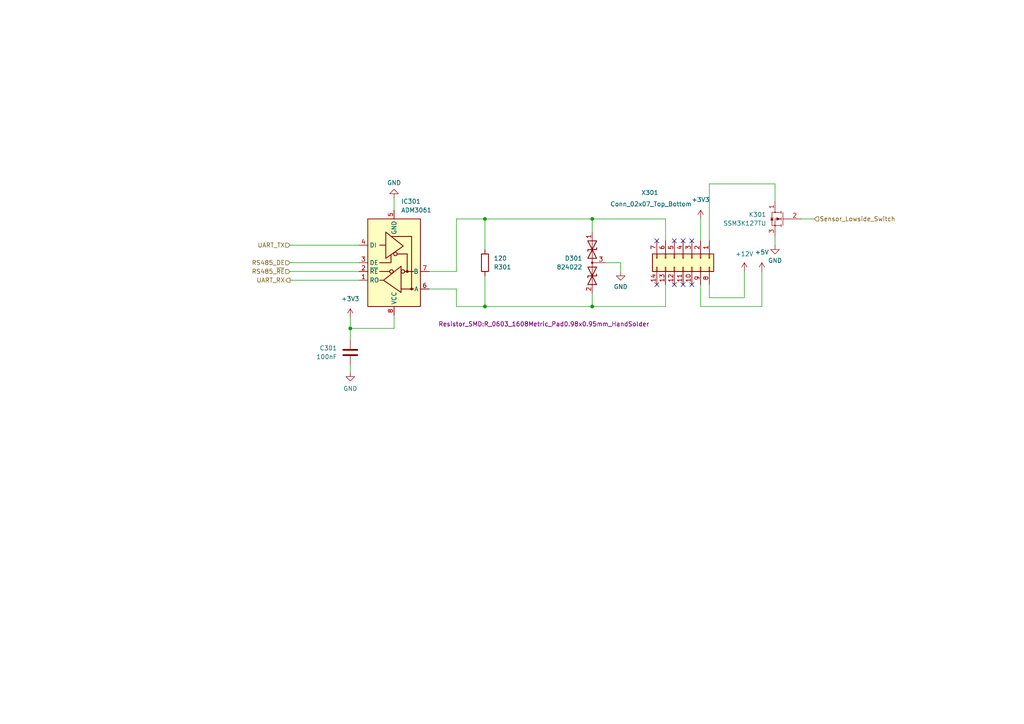
<source format=kicad_sch>
(kicad_sch (version 20211123) (generator eeschema)
  (paper "A4")
  (lib_symbols
    (symbol "Connector_Generic:Conn_02x07_Top_Bottom" (pin_names (offset 1.016) hide)
      (property "Reference" "J" (at 1.27 10.16 0))
      (property "Value" "Conn_02x07_Top_Bottom" (at 1.27 -10.16 0))
      (symbol "Conn_02x07_Top_Bottom_1_1"
        (rectangle (start -1.27 -7.493) (end 0 -7.747) (stroke (width 0.1524)))
        (rectangle (start -1.27 -4.953) (end 0 -5.207) (stroke (width 0.1524)))
        (rectangle (start -1.27 -2.413) (end 0 -2.667) (stroke (width 0.1524)))
        (rectangle (start -1.27 0.127) (end 0 -0.127) (stroke (width 0.1524)))
        (rectangle (start -1.27 2.667) (end 0 2.413) (stroke (width 0.1524)))
        (rectangle (start -1.27 5.207) (end 0 4.953) (stroke (width 0.1524)))
        (rectangle (start -1.27 7.747) (end 0 7.493) (stroke (width 0.1524)))
        (rectangle (start -1.27 8.89) (end 3.81 -8.89) (stroke (width 0.254)) (fill (type background)))
        (rectangle (start 3.81 -7.493) (end 2.54 -7.747) (stroke (width 0.1524)))
        (rectangle (start 3.81 -4.953) (end 2.54 -5.207) (stroke (width 0.1524)))
        (rectangle (start 3.81 -2.413) (end 2.54 -2.667) (stroke (width 0.1524)))
        (rectangle (start 3.81 0.127) (end 2.54 -0.127) (stroke (width 0.1524)))
        (rectangle (start 3.81 2.667) (end 2.54 2.413) (stroke (width 0.1524)))
        (rectangle (start 3.81 5.207) (end 2.54 4.953) (stroke (width 0.1524)))
        (rectangle (start 3.81 7.747) (end 2.54 7.493) (stroke (width 0.1524)))
        (pin passive line (at -5.08 7.62 0) (length 3.81) (name "Pin_1") (number "1"))
        (pin passive line (at 7.62 2.54 180) (length 3.81) (name "Pin_10") (number "10"))
        (pin passive line (at 7.62 0 180) (length 3.81) (name "Pin_11") (number "11"))
        (pin passive line (at 7.62 -2.54 180) (length 3.81) (name "Pin_12") (number "12"))
        (pin passive line (at 7.62 -5.08 180) (length 3.81) (name "Pin_13") (number "13"))
        (pin passive line (at 7.62 -7.62 180) (length 3.81) (name "Pin_14") (number "14"))
        (pin passive line (at -5.08 5.08 0) (length 3.81) (name "Pin_2") (number "2"))
        (pin passive line (at -5.08 2.54 0) (length 3.81) (name "Pin_3") (number "3"))
        (pin passive line (at -5.08 0 0) (length 3.81) (name "Pin_4") (number "4"))
        (pin passive line (at -5.08 -2.54 0) (length 3.81) (name "Pin_5") (number "5"))
        (pin passive line (at -5.08 -5.08 0) (length 3.81) (name "Pin_6") (number "6"))
        (pin passive line (at -5.08 -7.62 0) (length 3.81) (name "Pin_7") (number "7"))
        (pin passive line (at 7.62 7.62 180) (length 3.81) (name "Pin_8") (number "8"))
        (pin passive line (at 7.62 5.08 180) (length 3.81) (name "Pin_9") (number "9"))
      )
    )
    (symbol "Device:C" (pin_numbers hide) (pin_names (offset 0.254))
      (property "Reference" "C" (at 0.635 2.54 0))
      (property "Value" "C" (at 0.635 -2.54 0))
      (symbol "C_0_1"
        (polyline (pts (xy -2.032 -0.762) (xy 2.032 -0.762)) (stroke (width 0.508)))
        (polyline (pts (xy -2.032 0.762) (xy 2.032 0.762)) (stroke (width 0.508)))
      )
      (symbol "C_1_1"
        (pin passive line (at 0 3.81 270) (length 2.794) (name "~") (number "1"))
        (pin passive line (at 0 -3.81 90) (length 2.794) (name "~") (number "2"))
      )
    )
    (symbol "Device:D_TVS_Dual_AAC" (pin_names (offset 1.016) hide)
      (property "Reference" "D" (at 0 4.445 0))
      (property "Value" "D_TVS_Dual_AAC" (at 0 2.54 0))
      (symbol "D_TVS_Dual_AAC_0_0"
        (polyline (pts (xy 0 -1.27) (xy 0 0)))
      )
      (symbol "D_TVS_Dual_AAC_0_1"
        (polyline (pts (xy -6.35 0) (xy 6.35 0)))
        (polyline (pts (xy -3.302 1.27) (xy -3.81 1.27) (xy -3.81 -1.27) (xy -4.318 -1.27)) (stroke (width 0.254)))
        (polyline (pts (xy 4.318 1.27) (xy 3.81 1.27) (xy 3.81 -1.27) (xy 3.302 -1.27)) (stroke (width 0.254)))
        (polyline (pts (xy -6.35 1.27) (xy -1.27 -1.27) (xy -1.27 1.27) (xy -6.35 -1.27) (xy -6.35 1.27)) (stroke (width 0.254)))
        (polyline (pts (xy 6.35 1.27) (xy 1.27 -1.27) (xy 1.27 1.27) (xy 6.35 -1.27) (xy 6.35 1.27)) (stroke (width 0.254)))
        (circle (center 0 0) (radius 0.254) (fill (type outline)))
      )
      (symbol "D_TVS_Dual_AAC_1_1"
        (pin passive line (at -8.89 0 0) (length 2.54) (name "A1") (number "1"))
        (pin passive line (at 8.89 0 180) (length 2.54) (name "A2") (number "2"))
        (pin input line (at 0 -3.81 90) (length 2.54) (name "common") (number "3"))
      )
    )
    (symbol "Device:R" (pin_numbers hide) (pin_names (offset 0))
      (property "Reference" "R" (at 2.032 0 90))
      (property "Value" "R" (at 0 0 90))
      (symbol "R_0_1"
        (rectangle (start -1.016 -2.54) (end 1.016 2.54) (stroke (width 0.254)))
      )
      (symbol "R_1_1"
        (pin passive line (at 0 3.81 270) (length 1.27) (name "~") (number "1"))
        (pin passive line (at 0 -3.81 90) (length 1.27) (name "~") (number "2"))
      )
    )
    (symbol "HER_Symbole:NMOS_FET"
      (property "Reference" "K" (at 5.461 2.159 0))
      (property "Value" "NMOS_FET" (at 8.255 5.334 0))
      (symbol "NMOS_FET_0_1"
        (circle (center 0 -1.905) (radius 0.127))
        (polyline (pts (xy -3.81 0) (xy -2.286 0)))
        (polyline (pts (xy -2.286 -1.905) (xy -2.286 1.905)))
        (polyline (pts (xy -1.778 -1.524) (xy -1.778 -2.286)))
        (polyline (pts (xy -1.778 0.381) (xy -1.778 -0.381)))
        (polyline (pts (xy -1.778 1.905) (xy 0 1.905)))
        (polyline (pts (xy -1.778 2.286) (xy -1.778 1.524)))
        (polyline (pts (xy 0.508 -0.254) (xy 1.27 -0.254)))
        (polyline (pts (xy -1.778 0) (xy 0 0) (xy 0 2.032)))
        (polyline (pts (xy -1.397 0) (xy -0.508 0.381) (xy -0.508 -0.381) (xy -1.397 0)) (fill (type outline)))
        (polyline (pts (xy 0.889 -0.254) (xy 1.27 0.381) (xy 0.508 0.381) (xy 0.889 -0.254)) (fill (type outline)))
        (polyline (pts (xy -1.778 -1.905) (xy 0.254 -1.905) (xy 0.889 -1.905) (xy 0.889 1.905) (xy 0.254 1.905) (xy 0 1.905)))
        (circle (center 0 1.905) (radius 0.127))
      )
      (symbol "NMOS_FET_1_1"
        (pin passive line (at 0 -5.08 90) (length 3.048) (name "") (number "1"))
        (pin passive line (at -7.62 0 0) (length 3.81) (name "") (number "2"))
        (pin passive line (at 0 5.08 270) (length 3.048) (name "") (number "3"))
      )
    )
    (symbol "Interface_UART:LT1785AxS8"
      (property "Reference" "U" (at -6.985 13.97 0))
      (property "Value" "LT1785AxS8" (at 7.62 13.97 0))
      (symbol "LT1785AxS8_0_1"
        (rectangle (start -7.62 12.7) (end 7.62 -12.7) (stroke (width 0.254)) (fill (type background)))
        (polyline (pts (xy -4.191 2.54) (xy -1.27 2.54)) (stroke (width 0.254)))
        (polyline (pts (xy -2.54 -5.08) (xy -4.191 -5.08)) (stroke (width 0.254)))
        (polyline (pts (xy -0.635 -7.62) (xy 5.08 -7.62)) (stroke (width 0.254)))
        (polyline (pts (xy 0.889 -2.54) (xy 3.81 -2.54)) (stroke (width 0.254)))
        (polyline (pts (xy 2.032 7.62) (xy 5.715 7.62)) (stroke (width 0.254)))
        (polyline (pts (xy 3.048 2.54) (xy 5.715 2.54)) (stroke (width 0.254)))
        (polyline (pts (xy 3.81 -2.54) (xy 3.81 2.54)) (stroke (width 0.254)))
        (polyline (pts (xy 5.08 -7.62) (xy 5.08 7.62)) (stroke (width 0.254)))
        (polyline (pts (xy -4.191 0) (xy -0.889 0) (xy -0.889 -2.286)) (stroke (width 0.254)))
        (polyline (pts (xy -3.175 5.08) (xy -4.191 5.08) (xy -4.064 5.08)) (stroke (width 0.254)))
        (polyline (pts (xy -2.413 -5.08) (xy -2.413 -1.27) (xy 2.667 -4.826) (xy -2.413 -8.89) (xy -2.413 -5.08)) (stroke (width 0.254)))
        (circle (center 0.381 -2.54) (radius 0.508) (stroke (width 0.254)))
        (circle (center 3.81 2.54) (radius 0.2794) (stroke (width 0.254)) (fill (type outline)))
      )
      (symbol "LT1785AxS8_1_1"
        (circle (center -0.762 2.54) (radius 0.508) (stroke (width 0.254)))
        (polyline (pts (xy 2.032 4.826) (xy 2.032 8.636) (xy -3.048 5.08) (xy 2.032 1.016) (xy 2.032 4.826)) (stroke (width 0.254)))
        (circle (center 2.54 2.54) (radius 0.508) (stroke (width 0.254)))
        (circle (center 5.08 7.62) (radius 0.2794) (stroke (width 0.254)) (fill (type outline)))
        (pin output line (at -10.16 5.08 0) (length 2.54) (name "RO") (number "1"))
        (pin input line (at -10.16 2.54 0) (length 2.54) (name "~{RE}") (number "2"))
        (pin input line (at -10.16 0 0) (length 2.54) (name "DE") (number "3"))
        (pin input line (at -10.16 -5.08 0) (length 2.54) (name "DI") (number "4"))
        (pin power_in line (at 0 -15.24 90) (length 2.54) (name "GND") (number "5"))
        (pin bidirectional line (at 10.16 7.62 180) (length 2.54) (name "A") (number "6"))
        (pin bidirectional line (at 10.16 2.54 180) (length 2.54) (name "B") (number "7"))
        (pin power_in line (at 0 15.24 270) (length 2.54) (name "VCC") (number "8"))
      )
    )
    (symbol "power:+12V" (power) (pin_names (offset 0))
      (property "Value" "+12V" (at 0 3.556 0))
      (symbol "+12V_0_1"
        (polyline (pts (xy -0.762 1.27) (xy 0 2.54)))
        (polyline (pts (xy 0 0) (xy 0 2.54)))
        (polyline (pts (xy 0 2.54) (xy 0.762 1.27)))
      )
      (symbol "+12V_1_1"
        (pin power_in line (at 0 0 90) (length 0) hide (name "+12V") (number "1"))
      )
    )
    (symbol "power:+3.3V" (power) (pin_names (offset 0))
      (property "Value" "+3.3V" (at 0 3.556 0))
      (symbol "+3.3V_0_1"
        (polyline (pts (xy -0.762 1.27) (xy 0 2.54)))
        (polyline (pts (xy 0 0) (xy 0 2.54)))
        (polyline (pts (xy 0 2.54) (xy 0.762 1.27)))
      )
      (symbol "+3.3V_1_1"
        (pin power_in line (at 0 0 90) (length 0) hide (name "+3V3") (number "1"))
      )
    )
    (symbol "power:+3V3" (power) (pin_names (offset 0))
      (property "Value" "+3V3" (at 0 3.556 0))
      (symbol "+3V3_0_1"
        (polyline (pts (xy -0.762 1.27) (xy 0 2.54)))
        (polyline (pts (xy 0 0) (xy 0 2.54)))
        (polyline (pts (xy 0 2.54) (xy 0.762 1.27)))
      )
      (symbol "+3V3_1_1"
        (pin power_in line (at 0 0 90) (length 0) hide (name "+3V3") (number "1"))
      )
    )
    (symbol "power:+5V" (power) (pin_names (offset 0))
      (property "Value" "+5V" (at 0 3.556 0))
      (symbol "+5V_0_1"
        (polyline (pts (xy -0.762 1.27) (xy 0 2.54)))
        (polyline (pts (xy 0 0) (xy 0 2.54)))
        (polyline (pts (xy 0 2.54) (xy 0.762 1.27)))
      )
      (symbol "+5V_1_1"
        (pin power_in line (at 0 0 90) (length 0) hide (name "+5V") (number "1"))
      )
    )
    (symbol "power:GND" (power) (pin_names (offset 0))
      (property "Value" "GND" (at 0 -3.81 0))
      (symbol "GND_0_1"
        (polyline (pts (xy 0 0) (xy 0 -1.27) (xy 1.27 -1.27) (xy 0 -2.54) (xy -1.27 -1.27) (xy 0 -1.27)))
      )
      (symbol "GND_1_1"
        (pin power_in line (at 0 0 270) (length 0) hide (name "GND") (number "1"))
      )
    )
  )
  (junction (at 171.7675 88.9))
  (junction (at 171.7675 63.5))
  (junction (at 140.6525 88.9))
  (junction (at 101.6 95.25))
  (junction (at 140.6525 63.5))
  (no_connect (at 198.12 82.55))
  (no_connect (at 200.66 82.55))
  (no_connect (at 190.5 69.85))
  (no_connect (at 195.58 69.85))
  (no_connect (at 198.12 69.85))
  (no_connect (at 200.66 69.85))
  (no_connect (at 190.5 82.55))
  (no_connect (at 195.58 82.55))
  (wire (pts (xy 140.6525 88.9) (xy 140.6525 80.01)))
  (wire (pts (xy 124.46 83.82) (xy 132.3975 83.82)))
  (wire (pts (xy 205.74 86.36) (xy 215.9 86.36)))
  (wire (pts (xy 101.6 95.25) (xy 101.6 98.425)))
  (wire (pts (xy 193.04 63.5) (xy 171.7675 63.5)))
  (wire (pts (xy 132.3975 78.74) (xy 132.3975 63.5)))
  (wire (pts (xy 171.7675 88.9) (xy 193.04 88.9)))
  (wire (pts (xy 171.7675 67.31) (xy 171.7675 63.5)))
  (wire (pts (xy 140.6525 63.5) (xy 171.7675 63.5)))
  (wire (pts (xy 205.74 53.34) (xy 224.79 53.34)))
  (wire (pts (xy 215.9 86.36) (xy 215.9 78.74)))
  (wire (pts (xy 84.1375 81.28) (xy 104.14 81.28)))
  (wire (pts (xy 224.79 53.34) (xy 224.79 58.42)))
  (wire (pts (xy 124.46 78.74) (xy 132.3975 78.74)))
  (wire (pts (xy 101.6 107.95) (xy 101.6 106.045)))
  (wire (pts (xy 101.6 92.075) (xy 101.6 95.25)))
  (wire (pts (xy 101.6 95.25) (xy 114.3 95.25)))
  (wire (pts (xy 84.1375 78.74) (xy 104.14 78.74)))
  (wire (pts (xy 140.6525 88.9) (xy 171.7675 88.9)))
  (wire (pts (xy 171.7675 88.9) (xy 171.7675 85.09)))
  (wire (pts (xy 132.3975 83.82) (xy 132.3975 88.9)))
  (wire (pts (xy 114.3 60.96) (xy 114.3 57.4675)))
  (wire (pts (xy 220.98 88.9) (xy 203.2 88.9)))
  (wire (pts (xy 224.79 68.58) (xy 224.79 71.12)))
  (wire (pts (xy 180.0225 76.2) (xy 180.0225 78.74)))
  (wire (pts (xy 203.2 88.9) (xy 203.2 82.55)))
  (wire (pts (xy 220.98 88.9) (xy 220.98 78.74)))
  (wire (pts (xy 175.5775 76.2) (xy 180.0225 76.2)))
  (wire (pts (xy 205.74 53.34) (xy 205.74 69.85)))
  (wire (pts (xy 84.1375 76.2) (xy 104.14 76.2)))
  (wire (pts (xy 193.04 82.55) (xy 193.04 88.9)))
  (wire (pts (xy 84.1375 71.12) (xy 104.14 71.12)))
  (wire (pts (xy 114.3 95.25) (xy 114.3 91.44)))
  (wire (pts (xy 193.04 69.85) (xy 193.04 63.5)))
  (wire (pts (xy 132.3975 88.9) (xy 140.6525 88.9)))
  (wire (pts (xy 140.6525 63.5) (xy 140.6525 72.39)))
  (wire (pts (xy 203.2 69.85) (xy 203.2 63.5)))
  (wire (pts (xy 232.41 63.5) (xy 236.22 63.5)))
  (wire (pts (xy 132.3975 63.5) (xy 140.6525 63.5)))
  (wire (pts (xy 205.74 82.55) (xy 205.74 86.36)))
  (hierarchical_label "UART_RX" (shape output) (at 84.1375 81.28 180))
  (hierarchical_label "Sensor_Lowside_Switch" (shape input) (at 236.22 63.5 0))
  (hierarchical_label "UART_TX" (shape input) (at 84.1375 71.12 180))
  (hierarchical_label "RS485_~{RE}" (shape input) (at 84.1375 78.74 180))
  (hierarchical_label "RS485_DE" (shape input) (at 84.1375 76.2 180))
  (symbol (lib_id "Connector_Generic:Conn_02x07_Top_Bottom") (at 198.12 74.93 270) (unit 1)
    (property "Reference" "X301" (at 191.008 55.88 90) (effects (justify right)))
    (property "Value" "Conn_02x07_Top_Bottom" (at 200.66 59.182 90) (effects (justify right)))
    (property "Footprint" "Connector_Molex:Molex_Nano-Fit_105314-xx14_2x07_P2.50mm_Horizontal" (effects hide))
  )
  (symbol (lib_id "power:GND") (at 114.3 57.4675 0) (mirror x) (unit 1)
    (property "Reference" "#PWR0302" (effects hide))
    (property "Value" "GND" (at 114.3 53.0225 0))
  )
  (symbol (lib_id "power:+3.3V") (at 101.6 92.075 0) (mirror y) (unit 1)
    (property "Reference" "#PWR0303" (effects hide))
    (property "Value" "+3.3V" (at 101.6 86.6775 0))
  )
  (symbol (lib_id "Device:R") (at 140.6525 76.2 0) (mirror x) (unit 1)
    (property "Reference" "R301" (at 143.1925 77.4701 0) (effects (justify left)))
    (property "Value" "120" (at 143.1925 74.9301 0) (effects (justify left)))
    (property "Footprint" "Resistor_SMD:R_0603_1608Metric_Pad0.98x0.95mm_HandSolder" (at 157.734 93.98 0))
  )
  (symbol (lib_id "Interface_UART:LT1785AxS8") (at 114.3 76.2 0) (mirror x) (unit 1)
    (property "Reference" "IC301" (at 116.3194 58.42 0) (effects (justify left)))
    (property "Value" "ADM3061" (at 116.3194 60.96 0) (effects (justify left)))
    (property "Footprint" "Package_SO:SOIC-8_3.9x4.9mm_P1.27mm" (effects hide))
    (property "Bauteil" "ADM3061E" (effects hide))
  )
  (symbol (lib_id "power:GND") (at 224.79 71.12 0) (unit 1)
    (property "Reference" "#PWR?" (effects hide))
    (property "Value" "GND" (at 224.79 75.565 0))
  )
  (symbol (lib_id "Device:D_TVS_Dual_AAC") (at 171.7675 76.2 90) (mirror x) (unit 1)
    (property "Reference" "D301" (at 168.91 74.9299 90) (effects (justify left)))
    (property "Value" "824022" (at 168.91 77.4699 90) (effects (justify left)))
    (property "Footprint" "Package_TO_SOT_SMD:SOT-23" (effects hide))
  )
  (symbol (lib_id "power:+12V") (at 215.9 78.74 0) (unit 1)
    (property "Reference" "#PWR0308" (effects hide))
    (property "Value" "+12V" (at 215.9 73.66 0))
  )
  (symbol (lib_id "power:+3V3") (at 203.2 63.5 0) (unit 1)
    (property "Reference" "#PWR0306" (effects hide))
    (property "Value" "+3V3" (at 203.2 57.912 0))
  )
  (symbol (lib_id "HER_Symbole:NMOS_FET") (at 224.79 63.5 180) (unit 1)
    (property "Reference" "K301" (at 222.25 62.2299 0) (effects (justify left)))
    (property "Value" "SSM3K127TU" (at 222.25 64.7699 0) (effects (justify left)))
    (property "Footprint" "Package_TO_SOT_SMD:SOT-23" (effects hide))
  )
  (symbol (lib_id "power:GND") (at 101.6 107.95 0) (mirror y) (unit 1)
    (property "Reference" "#PWR0301" (effects hide))
    (property "Value" "GND" (at 101.6 112.7125 0))
  )
  (symbol (lib_id "power:GND") (at 180.0225 78.74 0) (mirror y) (unit 1)
    (property "Reference" "#PWR0304" (effects hide))
    (property "Value" "GND" (at 180.0225 83.185 0))
  )
  (symbol (lib_id "power:+5V") (at 220.98 78.74 0) (unit 1)
    (property "Reference" "#PWR0307" (effects hide))
    (property "Value" "+5V" (at 220.98 73.152 0))
  )
  (symbol (lib_id "Device:C") (at 101.6 102.235 0) (mirror y) (unit 1)
    (property "Reference" "C301" (at 97.79 100.9649 0) (effects (justify left)))
    (property "Value" "100nF" (at 97.79 103.5049 0) (effects (justify left)))
    (property "Footprint" "Capacitor_SMD:C_0603_1608Metric_Pad1.08x0.95mm_HandSolder" (effects hide))
  )
)
</source>
